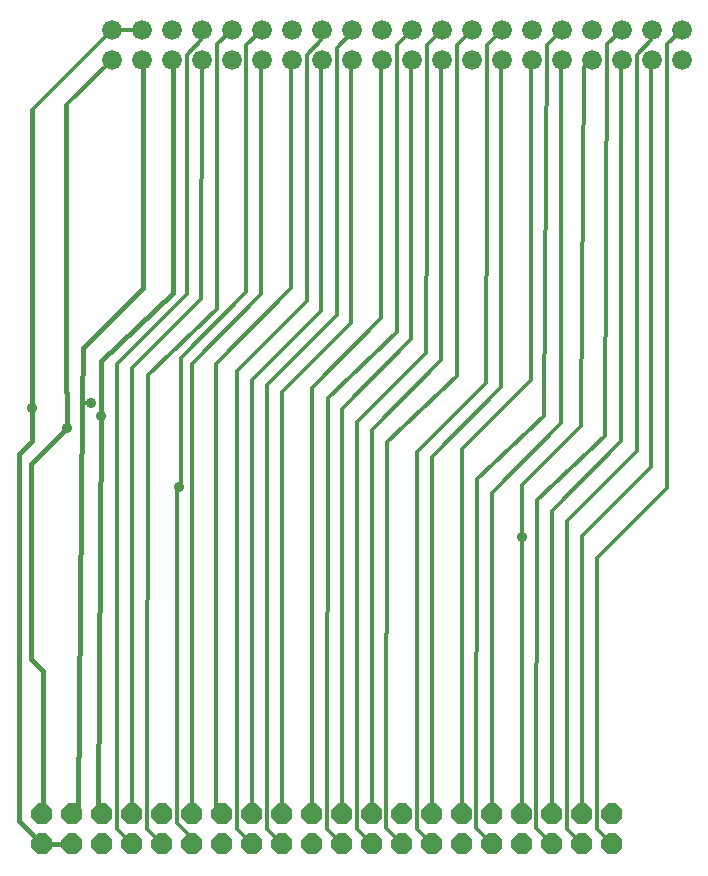
<source format=gbr>
G04 EAGLE Gerber RS-274X export*
G75*
%MOMM*%
%FSLAX34Y34*%
%LPD*%
%INBottom Copper*%
%IPPOS*%
%AMOC8*
5,1,8,0,0,1.08239X$1,22.5*%
G01*
%ADD10P,1.924489X8X22.500000*%
%ADD11C,1.676400*%
%ADD12C,0.406400*%
%ADD13C,0.906400*%
%ADD14C,0.304800*%


D10*
X25400Y82550D03*
X25400Y57150D03*
X50800Y82550D03*
X50800Y57150D03*
X76200Y82550D03*
X76200Y57150D03*
X101600Y82550D03*
X101600Y57150D03*
X127000Y82550D03*
X127000Y57150D03*
X152400Y82550D03*
X152400Y57150D03*
X177800Y82550D03*
X177800Y57150D03*
X203200Y82550D03*
X203200Y57150D03*
X228600Y82550D03*
X228600Y57150D03*
X254000Y82550D03*
X254000Y57150D03*
X279400Y82550D03*
X279400Y57150D03*
X304800Y82550D03*
X304800Y57150D03*
X330200Y82550D03*
X330200Y57150D03*
X355600Y82550D03*
X355600Y57150D03*
X381000Y82550D03*
X381000Y57150D03*
X406400Y82550D03*
X406400Y57150D03*
X431800Y82550D03*
X431800Y57150D03*
X457200Y82550D03*
X457200Y57150D03*
X482600Y82550D03*
X482600Y57150D03*
X508000Y82550D03*
X508000Y57150D03*
D11*
X84455Y720590D03*
X84455Y745990D03*
X109855Y720590D03*
X109855Y745990D03*
X135255Y720590D03*
X135255Y745990D03*
X160655Y720590D03*
X160655Y745990D03*
X186055Y720590D03*
X186055Y745990D03*
X211455Y720590D03*
X211455Y745990D03*
X236855Y720590D03*
X236855Y745990D03*
X262255Y720590D03*
X262255Y745990D03*
X287655Y720590D03*
X287655Y745990D03*
X313055Y720590D03*
X313055Y745990D03*
X338455Y720590D03*
X338455Y745990D03*
X363855Y720590D03*
X363855Y745990D03*
X389255Y720590D03*
X389255Y745990D03*
X414655Y720590D03*
X414655Y745990D03*
X440055Y720590D03*
X440055Y745990D03*
X465455Y720590D03*
X465455Y745990D03*
X490855Y720590D03*
X490855Y745990D03*
X516255Y720590D03*
X516255Y745990D03*
X541655Y720590D03*
X541655Y745990D03*
X567055Y720590D03*
X567055Y745990D03*
D12*
X17025Y678670D02*
X17025Y426205D01*
X16983Y426248D01*
D13*
X16983Y426248D03*
D12*
X16983Y397983D01*
X6350Y387350D01*
X6350Y76200D01*
X25400Y57150D02*
X50800Y57150D01*
D14*
X17025Y678670D02*
X17025Y678695D01*
X84455Y745990D01*
X109855Y745990D01*
D12*
X6350Y76200D02*
X25400Y57150D01*
D14*
X101600Y82550D02*
X101600Y459740D01*
X160535Y518675D01*
X160520Y518690D01*
X160655Y720590D01*
X152400Y463550D02*
X152400Y82550D01*
X152400Y463550D02*
X211335Y522485D01*
X211335Y720575D01*
X211455Y720590D01*
X236735Y527565D02*
X172720Y463550D01*
X172720Y87630D01*
X177800Y82550D01*
X236735Y527565D02*
X236735Y720575D01*
X236855Y720590D01*
X203200Y449580D02*
X203200Y82550D01*
X203200Y449580D02*
X262135Y508515D01*
X262135Y720575D01*
X262255Y720590D01*
X254000Y443230D02*
X254000Y82550D01*
X254000Y443230D02*
X312935Y502165D01*
X312935Y720575D01*
X313055Y720590D01*
X279400Y425450D02*
X279400Y82550D01*
X279400Y425450D02*
X338335Y484385D01*
X338335Y720575D01*
X338455Y720590D01*
X304800Y407670D02*
X304800Y82550D01*
X304800Y407670D02*
X363735Y466605D01*
X363735Y720575D01*
X363855Y720590D01*
X381000Y391160D02*
X381000Y82550D01*
X381000Y391160D02*
X439935Y450095D01*
X439935Y720575D01*
X440055Y720590D01*
X406400Y354330D02*
X406400Y82550D01*
X406400Y354330D02*
X465335Y413265D01*
X465335Y720575D01*
X465455Y720590D01*
X431800Y316745D02*
X431800Y82550D01*
X481802Y417710D02*
X484640Y714485D01*
X432315Y316745D02*
X431800Y316745D01*
D13*
X432315Y316745D03*
D14*
X481802Y410682D02*
X481802Y417710D01*
X431800Y360680D02*
X431800Y316745D01*
X431800Y360680D02*
X481802Y410682D01*
X490720Y720565D02*
X490855Y720590D01*
X490720Y720565D02*
X484640Y714485D01*
X482600Y317500D02*
X482600Y82550D01*
X482600Y317500D02*
X541535Y376435D01*
X541535Y720575D01*
X541655Y720590D01*
X88900Y69850D02*
X101600Y57150D01*
X148089Y522739D02*
X148089Y724815D01*
X160535Y737261D01*
X88900Y463550D02*
X88900Y69850D01*
X88900Y463550D02*
X148089Y522739D01*
X160535Y737261D02*
X160535Y745975D01*
X160655Y745990D01*
X114300Y69850D02*
X127000Y57150D01*
X114300Y69850D02*
X115078Y453882D01*
X173908Y509570D01*
X173908Y733978D02*
X186055Y745990D01*
X173908Y733978D02*
X173908Y509570D01*
X215900Y69850D02*
X228600Y57150D01*
X215900Y445770D02*
X275089Y504959D01*
X275089Y731165D02*
X287535Y743611D01*
X275089Y731165D02*
X275089Y504959D01*
X215900Y445770D02*
X215900Y69850D01*
X287520Y743626D02*
X287655Y745990D01*
X287520Y743626D02*
X287535Y743611D01*
X266700Y69850D02*
X279400Y57150D01*
X267510Y434800D02*
X326078Y490094D01*
X267510Y434800D02*
X266700Y69850D01*
X326078Y733748D02*
X338455Y745990D01*
X326078Y733748D02*
X326078Y490094D01*
X350520Y528824D02*
X350781Y529085D01*
X351235Y546686D01*
X292354Y414274D02*
X292354Y69596D01*
X304800Y57150D01*
X350520Y472440D02*
X350520Y528824D01*
X350520Y472440D02*
X292354Y414274D01*
X351235Y733505D02*
X363855Y745990D01*
X351235Y733505D02*
X351235Y546686D01*
X317246Y70104D02*
X330200Y57150D01*
X318056Y397716D02*
X376878Y453263D01*
X318056Y397716D02*
X317246Y70104D01*
X376878Y733748D02*
X389255Y745990D01*
X376878Y733748D02*
X376878Y453263D01*
X342900Y69850D02*
X355600Y57150D01*
X401320Y528824D02*
X401581Y529085D01*
X402035Y546686D01*
X342900Y388620D02*
X342900Y69850D01*
X342900Y388620D02*
X401320Y447040D01*
X401320Y528824D01*
X402035Y733505D02*
X414655Y745990D01*
X402035Y733505D02*
X402035Y546686D01*
X445024Y348218D02*
X444246Y70104D01*
X457200Y57150D01*
X502114Y402271D02*
X504108Y733953D01*
X502114Y402271D02*
X445024Y348218D01*
X504108Y733953D02*
X504108Y733978D01*
X516255Y745990D01*
X469900Y69850D02*
X482600Y57150D01*
X469900Y330200D02*
X529089Y389389D01*
X529089Y724815D02*
X541535Y737261D01*
X529089Y724815D02*
X529089Y389389D01*
X469900Y330200D02*
X469900Y69850D01*
X541535Y745975D02*
X541655Y745990D01*
X541535Y745975D02*
X541535Y737261D01*
X190500Y69850D02*
X203200Y57150D01*
X249689Y516389D02*
X249689Y724815D01*
X262135Y737261D01*
X190500Y457200D02*
X190500Y69850D01*
X190500Y457200D02*
X249689Y516389D01*
X262135Y737261D02*
X262135Y745975D01*
X262255Y745990D01*
X355600Y384810D02*
X355600Y82550D01*
X355600Y384810D02*
X414535Y443745D01*
X414535Y720575D01*
X414655Y720590D01*
X393446Y70104D02*
X406400Y57150D01*
X450976Y419528D02*
X453078Y733723D01*
X450976Y419528D02*
X394256Y365966D01*
X393446Y70104D01*
X453078Y733723D02*
X453078Y733748D01*
X465455Y745990D01*
X457200Y339090D02*
X457200Y82550D01*
X457200Y339090D02*
X516135Y398025D01*
X516135Y720575D01*
X516255Y720590D01*
X554489Y529085D02*
X554990Y528584D01*
X554489Y529085D02*
X554926Y547194D01*
X495554Y298704D02*
X495554Y69596D01*
X508000Y57150D01*
X554990Y358140D02*
X554990Y528584D01*
X554990Y358140D02*
X495554Y298704D01*
X554926Y733996D02*
X567055Y745990D01*
X554926Y733996D02*
X554926Y547194D01*
X198635Y523901D02*
X143009Y468275D01*
X143009Y361195D01*
X141224Y359410D01*
X139954Y359410D02*
X139954Y74676D01*
X152400Y62230D02*
X152400Y57150D01*
X152400Y62230D02*
X139954Y74676D01*
X139954Y359410D02*
X141224Y359410D01*
D13*
X141224Y359410D03*
D14*
X198635Y733305D02*
X211455Y745990D01*
X198635Y733305D02*
X198635Y523901D01*
X228600Y439420D02*
X228600Y82550D01*
X228600Y439420D02*
X287535Y498355D01*
X287535Y720575D01*
X287655Y720590D01*
D12*
X26670Y203200D02*
X26670Y83820D01*
X25400Y82550D01*
X26670Y203200D02*
X16510Y213360D01*
X16510Y378460D01*
X46235Y439935D02*
X46235Y682480D01*
X46990Y408940D02*
X16510Y378460D01*
X46990Y408940D02*
X46990Y439180D01*
X46235Y439935D01*
D13*
X46990Y408940D03*
D14*
X46235Y682480D02*
X46235Y682505D01*
X84455Y720590D01*
D12*
X111005Y719310D02*
X111005Y527540D01*
X59935Y476470D01*
X59476Y430481D01*
X56053Y87803D01*
X50800Y82550D01*
D13*
X67310Y430530D03*
D14*
X59524Y430530D01*
X59476Y430481D01*
X109725Y720590D02*
X109855Y720590D01*
X109725Y720590D02*
X111005Y719310D01*
D12*
X73328Y85422D02*
X76200Y82550D01*
X136405Y523874D02*
X136405Y719310D01*
X136405Y523874D02*
X75942Y465691D01*
X75622Y419104D02*
X73328Y85422D01*
X75622Y419104D02*
X75942Y465691D01*
D13*
X75622Y419104D03*
D14*
X135125Y720590D02*
X135255Y720590D01*
X135125Y720590D02*
X136405Y719310D01*
M02*

</source>
